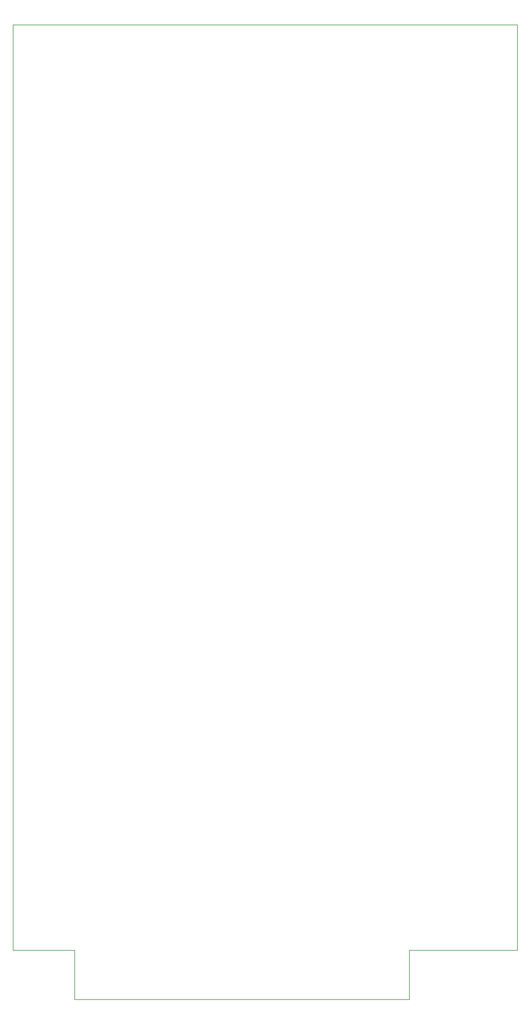
<source format=gm1>
%TF.GenerationSoftware,KiCad,Pcbnew,(6.0.0)*%
%TF.CreationDate,2022-03-13T19:33:12-04:00*%
%TF.ProjectId,Northstar Protoboard,4e6f7274-6873-4746-9172-2050726f746f,rev?*%
%TF.SameCoordinates,Original*%
%TF.FileFunction,Profile,NP*%
%FSLAX46Y46*%
G04 Gerber Fmt 4.6, Leading zero omitted, Abs format (unit mm)*
G04 Created by KiCad (PCBNEW (6.0.0)) date 2022-03-13 19:33:12*
%MOMM*%
%LPD*%
G01*
G04 APERTURE LIST*
%TA.AperFunction,Profile*%
%ADD10C,0.100000*%
%TD*%
%TA.AperFunction,Profile*%
%ADD11C,0.120000*%
%TD*%
G04 APERTURE END LIST*
D10*
X56542000Y-161036000D02*
X56542000Y-21126000D01*
X56542000Y-21126000D02*
X132842000Y-21126000D01*
X132842000Y-161036000D02*
X132842000Y-21126000D01*
X132842000Y-161036000D02*
X116492000Y-161036000D01*
X65842000Y-161036000D02*
X56542000Y-161036000D01*
D11*
%TO.C,J1*%
X65842000Y-168436000D02*
X65842000Y-161036000D01*
X116492000Y-168436000D02*
X65842000Y-168436000D01*
X116492000Y-168436000D02*
X116492000Y-161036000D01*
%TD*%
M02*

</source>
